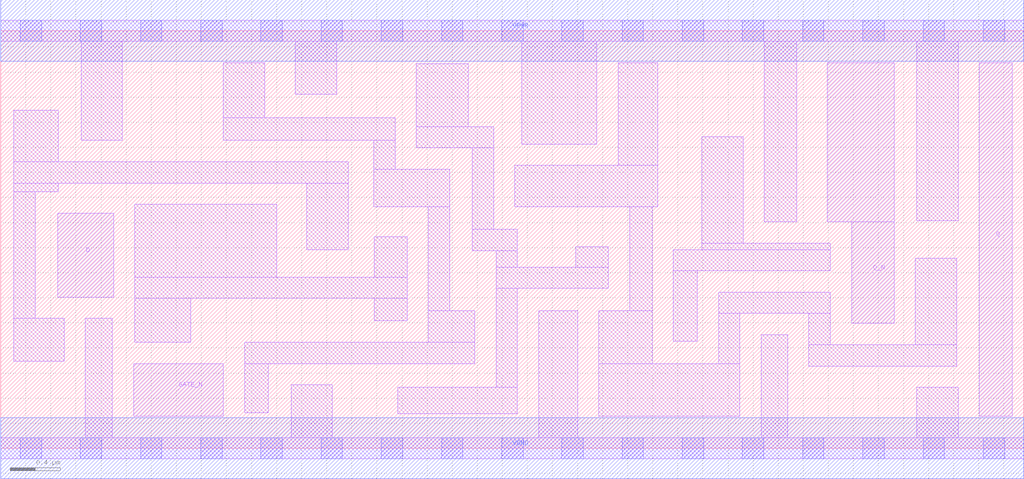
<source format=lef>
# Copyright 2020 The SkyWater PDK Authors
#
# Licensed under the Apache License, Version 2.0 (the "License");
# you may not use this file except in compliance with the License.
# You may obtain a copy of the License at
#
#     https://www.apache.org/licenses/LICENSE-2.0
#
# Unless required by applicable law or agreed to in writing, software
# distributed under the License is distributed on an "AS IS" BASIS,
# WITHOUT WARRANTIES OR CONDITIONS OF ANY KIND, either express or implied.
# See the License for the specific language governing permissions and
# limitations under the License.
#
# SPDX-License-Identifier: Apache-2.0

VERSION 5.7 ;
  NAMESCASESENSITIVE ON ;
  NOWIREEXTENSIONATPIN ON ;
  DIVIDERCHAR "/" ;
  BUSBITCHARS "[]" ;
UNITS
  DATABASE MICRONS 200 ;
END UNITS
MACRO sky130_fd_sc_lp__dlxbn_1
  CLASS CORE ;
  SOURCE USER ;
  FOREIGN sky130_fd_sc_lp__dlxbn_1 ;
  ORIGIN  0.000000  0.000000 ;
  SIZE  8.160000 BY  3.330000 ;
  SYMMETRY X Y R90 ;
  SITE unit ;
  PIN D
    ANTENNAGATEAREA  0.159000 ;
    DIRECTION INPUT ;
    USE SIGNAL ;
    PORT
      LAYER li1 ;
        RECT 0.455000 1.205000 0.900000 1.875000 ;
    END
  END D
  PIN Q
    ANTENNADIFFAREA  0.556500 ;
    DIRECTION OUTPUT ;
    USE SIGNAL ;
    PORT
      LAYER li1 ;
        RECT 7.805000 0.255000 8.065000 3.075000 ;
    END
  END Q
  PIN Q_N
    ANTENNADIFFAREA  0.556500 ;
    DIRECTION OUTPUT ;
    USE SIGNAL ;
    PORT
      LAYER li1 ;
        RECT 6.590000 1.805000 7.125000 3.075000 ;
        RECT 6.785000 0.995000 7.125000 1.805000 ;
    END
  END Q_N
  PIN GATE_N
    ANTENNAGATEAREA  0.159000 ;
    DIRECTION INPUT ;
    USE CLOCK ;
    PORT
      LAYER li1 ;
        RECT 1.060000 0.255000 1.775000 0.675000 ;
    END
  END GATE_N
  PIN VGND
    DIRECTION INOUT ;
    USE GROUND ;
    PORT
      LAYER met1 ;
        RECT 0.000000 -0.245000 8.160000 0.245000 ;
    END
  END VGND
  PIN VPWR
    DIRECTION INOUT ;
    USE POWER ;
    PORT
      LAYER met1 ;
        RECT 0.000000 3.085000 8.160000 3.575000 ;
    END
  END VPWR
  OBS
    LAYER li1 ;
      RECT 0.000000 -0.085000 8.160000 0.085000 ;
      RECT 0.000000  3.245000 8.160000 3.415000 ;
      RECT 0.105000  0.695000 0.505000 1.035000 ;
      RECT 0.105000  1.035000 0.275000 2.045000 ;
      RECT 0.105000  2.045000 0.460000 2.115000 ;
      RECT 0.105000  2.115000 2.770000 2.285000 ;
      RECT 0.105000  2.285000 0.460000 2.695000 ;
      RECT 0.640000  2.455000 0.970000 3.245000 ;
      RECT 0.675000  0.085000 0.890000 1.035000 ;
      RECT 1.070000  0.845000 1.515000 1.195000 ;
      RECT 1.070000  1.195000 3.240000 1.365000 ;
      RECT 1.070000  1.365000 2.200000 1.945000 ;
      RECT 1.775000  2.455000 3.145000 2.635000 ;
      RECT 1.775000  2.635000 2.105000 3.075000 ;
      RECT 1.945000  0.285000 2.135000 0.675000 ;
      RECT 1.945000  0.675000 3.780000 0.845000 ;
      RECT 2.315000  0.085000 2.645000 0.505000 ;
      RECT 2.350000  2.825000 2.680000 3.245000 ;
      RECT 2.440000  1.585000 2.770000 2.115000 ;
      RECT 2.975000  1.925000 3.580000 2.225000 ;
      RECT 2.975000  2.225000 3.145000 2.455000 ;
      RECT 2.980000  1.015000 3.240000 1.195000 ;
      RECT 2.980000  1.365000 3.240000 1.685000 ;
      RECT 3.165000  0.275000 4.120000 0.485000 ;
      RECT 3.315000  2.395000 3.930000 2.565000 ;
      RECT 3.315000  2.565000 3.730000 3.065000 ;
      RECT 3.410000  0.845000 3.780000 1.095000 ;
      RECT 3.410000  1.095000 3.580000 1.925000 ;
      RECT 3.760000  1.575000 4.120000 1.745000 ;
      RECT 3.760000  1.745000 3.930000 2.395000 ;
      RECT 3.950000  0.485000 4.120000 1.275000 ;
      RECT 3.950000  1.275000 4.845000 1.445000 ;
      RECT 3.950000  1.445000 4.120000 1.575000 ;
      RECT 4.100000  1.925000 5.240000 2.255000 ;
      RECT 4.155000  2.425000 4.755000 3.245000 ;
      RECT 4.290000  0.085000 4.600000 1.095000 ;
      RECT 4.585000  1.445000 4.845000 1.605000 ;
      RECT 4.770000  0.255000 5.895000 0.675000 ;
      RECT 4.770000  0.675000 5.195000 1.095000 ;
      RECT 4.925000  2.255000 5.240000 3.075000 ;
      RECT 5.015000  1.095000 5.195000 1.925000 ;
      RECT 5.365000  0.855000 5.555000 1.415000 ;
      RECT 5.365000  1.415000 6.615000 1.585000 ;
      RECT 5.590000  1.585000 6.615000 1.635000 ;
      RECT 5.590000  1.635000 5.920000 2.485000 ;
      RECT 5.725000  0.675000 5.895000 1.075000 ;
      RECT 5.725000  1.075000 6.615000 1.245000 ;
      RECT 6.065000  0.085000 6.275000 0.905000 ;
      RECT 6.090000  1.805000 6.350000 3.245000 ;
      RECT 6.445000  0.655000 7.625000 0.825000 ;
      RECT 6.445000  0.825000 6.615000 1.075000 ;
      RECT 7.295000  0.825000 7.625000 1.515000 ;
      RECT 7.305000  0.085000 7.635000 0.485000 ;
      RECT 7.305000  1.815000 7.635000 3.245000 ;
    LAYER mcon ;
      RECT 0.155000 -0.085000 0.325000 0.085000 ;
      RECT 0.155000  3.245000 0.325000 3.415000 ;
      RECT 0.635000 -0.085000 0.805000 0.085000 ;
      RECT 0.635000  3.245000 0.805000 3.415000 ;
      RECT 1.115000 -0.085000 1.285000 0.085000 ;
      RECT 1.115000  3.245000 1.285000 3.415000 ;
      RECT 1.595000 -0.085000 1.765000 0.085000 ;
      RECT 1.595000  3.245000 1.765000 3.415000 ;
      RECT 2.075000 -0.085000 2.245000 0.085000 ;
      RECT 2.075000  3.245000 2.245000 3.415000 ;
      RECT 2.555000 -0.085000 2.725000 0.085000 ;
      RECT 2.555000  3.245000 2.725000 3.415000 ;
      RECT 3.035000 -0.085000 3.205000 0.085000 ;
      RECT 3.035000  3.245000 3.205000 3.415000 ;
      RECT 3.515000 -0.085000 3.685000 0.085000 ;
      RECT 3.515000  3.245000 3.685000 3.415000 ;
      RECT 3.995000 -0.085000 4.165000 0.085000 ;
      RECT 3.995000  3.245000 4.165000 3.415000 ;
      RECT 4.475000 -0.085000 4.645000 0.085000 ;
      RECT 4.475000  3.245000 4.645000 3.415000 ;
      RECT 4.955000 -0.085000 5.125000 0.085000 ;
      RECT 4.955000  3.245000 5.125000 3.415000 ;
      RECT 5.435000 -0.085000 5.605000 0.085000 ;
      RECT 5.435000  3.245000 5.605000 3.415000 ;
      RECT 5.915000 -0.085000 6.085000 0.085000 ;
      RECT 5.915000  3.245000 6.085000 3.415000 ;
      RECT 6.395000 -0.085000 6.565000 0.085000 ;
      RECT 6.395000  3.245000 6.565000 3.415000 ;
      RECT 6.875000 -0.085000 7.045000 0.085000 ;
      RECT 6.875000  3.245000 7.045000 3.415000 ;
      RECT 7.355000 -0.085000 7.525000 0.085000 ;
      RECT 7.355000  3.245000 7.525000 3.415000 ;
      RECT 7.835000 -0.085000 8.005000 0.085000 ;
      RECT 7.835000  3.245000 8.005000 3.415000 ;
  END
END sky130_fd_sc_lp__dlxbn_1
END LIBRARY

</source>
